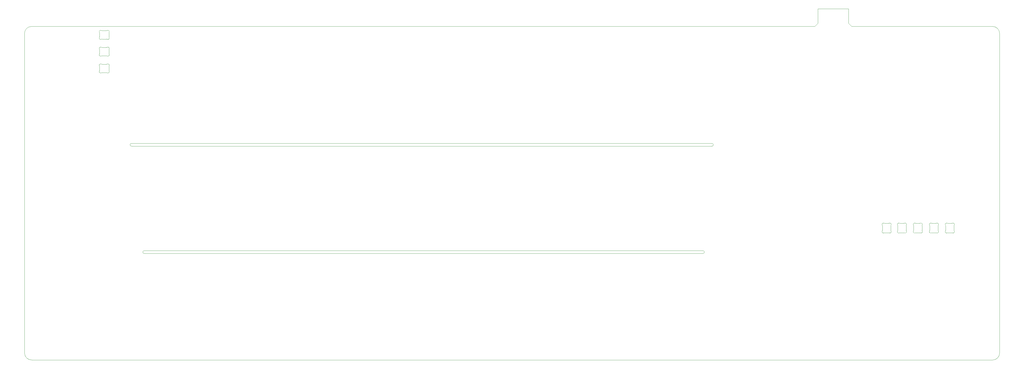
<source format=gbr>
%TF.GenerationSoftware,KiCad,Pcbnew,(6.0.5)*%
%TF.CreationDate,2022-07-04T16:20:22+08:00*%
%TF.ProjectId,track-lost,74726163-6b2d-46c6-9f73-742e6b696361,rev?*%
%TF.SameCoordinates,Original*%
%TF.FileFunction,Profile,NP*%
%FSLAX46Y46*%
G04 Gerber Fmt 4.6, Leading zero omitted, Abs format (unit mm)*
G04 Created by KiCad (PCBNEW (6.0.5)) date 2022-07-04 16:20:22*
%MOMM*%
%LPD*%
G01*
G04 APERTURE LIST*
%TA.AperFunction,Profile*%
%ADD10C,0.100000*%
%TD*%
G04 APERTURE END LIST*
D10*
X222194600Y-126112500D02*
X22972599Y-126112499D01*
X274080000Y-44010000D02*
X275160000Y-45090000D01*
X-19685000Y-161612500D02*
X-19695000Y-47592500D01*
X275160000Y-45090000D02*
X325415000Y-45092481D01*
X263120000Y-43990000D02*
X263120000Y-38800000D01*
X325422500Y-164142500D02*
X-17185000Y-164112500D01*
X18442500Y-86832502D02*
G75*
G03*
X18442500Y-87832498I-10000J-499998D01*
G01*
X325422500Y-164142500D02*
G75*
G03*
X327942500Y-161622500I0J2520000D01*
G01*
X262010000Y-45100000D02*
X263120000Y-43990000D01*
X22972599Y-125112501D02*
G75*
G03*
X22972599Y-126112499I-9999J-499999D01*
G01*
X-17195000Y-45102500D02*
G75*
G03*
X-19695000Y-47592500I-9980J-2490000D01*
G01*
X-17195000Y-45102500D02*
X262010000Y-45100000D01*
X222194600Y-126112500D02*
G75*
G03*
X222194600Y-125112500I0J500000D01*
G01*
X327935019Y-47612500D02*
G75*
G03*
X325415000Y-45092481I-2520019J0D01*
G01*
X22972599Y-125112501D02*
X222194600Y-125112500D01*
X225392093Y-86832499D02*
X18442500Y-86832500D01*
X225392093Y-87832499D02*
X18442500Y-87832498D01*
X-19685000Y-161612500D02*
G75*
G03*
X-17185000Y-164112500I2500000J0D01*
G01*
X327935019Y-47612500D02*
X327942500Y-161622500D01*
X263120000Y-38800000D02*
X274080000Y-38800000D01*
X274080000Y-38800000D02*
X274080000Y-44010000D01*
X225392093Y-87832501D02*
G75*
G03*
X225392093Y-86832499I7J500001D01*
G01*
%TO.C,LED2*%
X291632500Y-117834452D02*
X291632500Y-116245547D01*
X292429657Y-115340001D02*
X293835341Y-115340001D01*
X294632499Y-116245548D02*
X294632499Y-117834452D01*
X293835341Y-118739999D02*
X292429657Y-118739999D01*
X291564200Y-118086711D02*
G75*
G03*
X292212779Y-118789484I431700J-252259D01*
G01*
X292212779Y-115290516D02*
G75*
G03*
X292429656Y-115340001I216876J450505D01*
G01*
X294700798Y-115993289D02*
G75*
G03*
X294052218Y-115290516I-431700J252259D01*
G01*
X293835341Y-115340001D02*
G75*
G03*
X294052219Y-115290516I2J499990D01*
G01*
X294052221Y-118789480D02*
G75*
G03*
X294700796Y-118086711I216879J450510D01*
G01*
X294052219Y-118789484D02*
G75*
G03*
X293835342Y-118739999I-216959J-450866D01*
G01*
X292429657Y-118740010D02*
G75*
G03*
X292212779Y-118789484I43J-500290D01*
G01*
X291632500Y-116245547D02*
G75*
G03*
X291564201Y-115993289I-500009J-3D01*
G01*
X294700798Y-115993289D02*
G75*
G03*
X294632499Y-116245548I431710J-252261D01*
G01*
X292212779Y-115290515D02*
G75*
G03*
X291564201Y-115993289I-216877J-450516D01*
G01*
X291564200Y-118086711D02*
G75*
G03*
X291632499Y-117834453I-431710J252261D01*
G01*
X294632500Y-117834452D02*
G75*
G03*
X294700798Y-118086710I500010J2D01*
G01*
%TO.C,LED1*%
X288362841Y-118739999D02*
X286957157Y-118739999D01*
X289159999Y-116245548D02*
X289159999Y-117834452D01*
X286957157Y-115340001D02*
X288362841Y-115340001D01*
X286160000Y-117834452D02*
X286160000Y-116245547D01*
X288579719Y-118789484D02*
G75*
G03*
X288362842Y-118739999I-216959J-450866D01*
G01*
X289160000Y-117834452D02*
G75*
G03*
X289228298Y-118086710I500010J2D01*
G01*
X288362841Y-115340001D02*
G75*
G03*
X288579719Y-115290516I2J499990D01*
G01*
X289228298Y-115993289D02*
G75*
G03*
X289159999Y-116245548I431710J-252261D01*
G01*
X286091700Y-118086711D02*
G75*
G03*
X286740279Y-118789484I431700J-252259D01*
G01*
X288579721Y-118789480D02*
G75*
G03*
X289228296Y-118086711I216879J450510D01*
G01*
X286091700Y-118086711D02*
G75*
G03*
X286159999Y-117834453I-431710J252261D01*
G01*
X286740279Y-115290515D02*
G75*
G03*
X286091701Y-115993289I-216877J-450516D01*
G01*
X286740279Y-115290516D02*
G75*
G03*
X286957156Y-115340001I216876J450505D01*
G01*
X286957157Y-118740010D02*
G75*
G03*
X286740279Y-118789484I43J-500290D01*
G01*
X286160000Y-116245547D02*
G75*
G03*
X286091701Y-115993289I-500009J-3D01*
G01*
X289228298Y-115993289D02*
G75*
G03*
X288579718Y-115290516I-431700J252259D01*
G01*
%TO.C,LED17*%
X7030001Y-48812841D02*
X7030001Y-47407157D01*
X10429999Y-47407157D02*
X10429999Y-48812841D01*
X7935548Y-46610000D02*
X9524453Y-46610000D01*
X9524452Y-49609999D02*
X7935548Y-49609999D01*
X10429999Y-48812841D02*
G75*
G03*
X10479484Y-49029719I499990J-2D01*
G01*
X7683289Y-46541700D02*
G75*
G03*
X7935547Y-46609999I252261J431710D01*
G01*
X7029990Y-47407157D02*
G75*
G03*
X6980516Y-47190279I-500290J-43D01*
G01*
X6980520Y-49029721D02*
G75*
G03*
X7683289Y-49678296I450510J-216879D01*
G01*
X7683289Y-46541700D02*
G75*
G03*
X6980516Y-47190279I-252259J-431700D01*
G01*
X9776711Y-49678298D02*
G75*
G03*
X10479484Y-49029718I252259J431700D01*
G01*
X6980516Y-49029719D02*
G75*
G03*
X7030001Y-48812842I-450866J216959D01*
G01*
X10479484Y-47190279D02*
G75*
G03*
X10429999Y-47407156I450505J-216876D01*
G01*
X9524453Y-46610000D02*
G75*
G03*
X9776711Y-46541701I-3J500009D01*
G01*
X9776711Y-49678298D02*
G75*
G03*
X9524452Y-49609999I-252261J-431710D01*
G01*
X10479485Y-47190279D02*
G75*
G03*
X9776711Y-46541701I-450516J216877D01*
G01*
X7935548Y-49610000D02*
G75*
G03*
X7683290Y-49678298I2J-500010D01*
G01*
%TO.C,LED4*%
X303030000Y-117834452D02*
X303030000Y-116245547D01*
X306029999Y-116245548D02*
X306029999Y-117834452D01*
X303827157Y-115340001D02*
X305232841Y-115340001D01*
X305232841Y-118739999D02*
X303827157Y-118739999D01*
X306098298Y-115993289D02*
G75*
G03*
X305449718Y-115290516I-431700J252259D01*
G01*
X306030000Y-117834452D02*
G75*
G03*
X306098298Y-118086710I500010J2D01*
G01*
X303827157Y-118740010D02*
G75*
G03*
X303610279Y-118789484I43J-500290D01*
G01*
X305449721Y-118789480D02*
G75*
G03*
X306098296Y-118086711I216879J450510D01*
G01*
X303030000Y-116245547D02*
G75*
G03*
X302961701Y-115993289I-500009J-3D01*
G01*
X303610279Y-115290515D02*
G75*
G03*
X302961701Y-115993289I-216877J-450516D01*
G01*
X302961700Y-118086711D02*
G75*
G03*
X303610279Y-118789484I431700J-252259D01*
G01*
X302961700Y-118086711D02*
G75*
G03*
X303029999Y-117834453I-431710J252261D01*
G01*
X306098298Y-115993289D02*
G75*
G03*
X306029999Y-116245548I431710J-252261D01*
G01*
X305232841Y-115340001D02*
G75*
G03*
X305449719Y-115290516I2J499990D01*
G01*
X303610279Y-115290516D02*
G75*
G03*
X303827156Y-115340001I216876J450505D01*
G01*
X305449719Y-118789484D02*
G75*
G03*
X305232842Y-118739999I-216959J-450866D01*
G01*
%TO.C,LED19*%
X7030001Y-60800341D02*
X7030001Y-59394657D01*
X10429999Y-59394657D02*
X10429999Y-60800341D01*
X9524452Y-61597499D02*
X7935548Y-61597499D01*
X7935548Y-58597500D02*
X9524453Y-58597500D01*
X9524453Y-58597500D02*
G75*
G03*
X9776711Y-58529201I-3J500009D01*
G01*
X10429999Y-60800341D02*
G75*
G03*
X10479484Y-61017219I499990J-2D01*
G01*
X7935548Y-61597500D02*
G75*
G03*
X7683290Y-61665798I2J-500010D01*
G01*
X7683289Y-58529200D02*
G75*
G03*
X7935547Y-58597499I252261J431710D01*
G01*
X9776711Y-61665798D02*
G75*
G03*
X10479484Y-61017218I252259J431700D01*
G01*
X9776711Y-61665798D02*
G75*
G03*
X9524452Y-61597499I-252261J-431710D01*
G01*
X10479485Y-59177779D02*
G75*
G03*
X9776711Y-58529201I-450516J216877D01*
G01*
X7029990Y-59394657D02*
G75*
G03*
X6980516Y-59177779I-500290J-43D01*
G01*
X10479484Y-59177779D02*
G75*
G03*
X10429999Y-59394656I450505J-216876D01*
G01*
X6980520Y-61017221D02*
G75*
G03*
X7683289Y-61665796I450510J-216879D01*
G01*
X6980516Y-61017219D02*
G75*
G03*
X7030001Y-60800342I-450866J216959D01*
G01*
X7683289Y-58529200D02*
G75*
G03*
X6980516Y-59177779I-252259J-431700D01*
G01*
%TO.C,LED5*%
X311689999Y-116245548D02*
X311689999Y-117834452D01*
X310892841Y-118739999D02*
X309487157Y-118739999D01*
X309487157Y-115340001D02*
X310892841Y-115340001D01*
X308690000Y-117834452D02*
X308690000Y-116245547D01*
X308621700Y-118086711D02*
G75*
G03*
X309270279Y-118789484I431700J-252259D01*
G01*
X311690000Y-117834452D02*
G75*
G03*
X311758298Y-118086710I500010J2D01*
G01*
X309270279Y-115290515D02*
G75*
G03*
X308621701Y-115993289I-216877J-450516D01*
G01*
X311758298Y-115993289D02*
G75*
G03*
X311109718Y-115290516I-431700J252259D01*
G01*
X308621700Y-118086711D02*
G75*
G03*
X308689999Y-117834453I-431710J252261D01*
G01*
X311758298Y-115993289D02*
G75*
G03*
X311689999Y-116245548I431710J-252261D01*
G01*
X309487157Y-118740010D02*
G75*
G03*
X309270279Y-118789484I43J-500290D01*
G01*
X311109721Y-118789480D02*
G75*
G03*
X311758296Y-118086711I216879J450510D01*
G01*
X310892841Y-115340001D02*
G75*
G03*
X311109719Y-115290516I2J499990D01*
G01*
X309270279Y-115290516D02*
G75*
G03*
X309487156Y-115340001I216876J450505D01*
G01*
X308690000Y-116245547D02*
G75*
G03*
X308621701Y-115993289I-500009J-3D01*
G01*
X311109719Y-118789484D02*
G75*
G03*
X310892842Y-118739999I-216959J-450866D01*
G01*
%TO.C,LED18*%
X7935548Y-52600000D02*
X9524453Y-52600000D01*
X10429999Y-53397157D02*
X10429999Y-54802841D01*
X7030001Y-54802841D02*
X7030001Y-53397157D01*
X9524452Y-55599999D02*
X7935548Y-55599999D01*
X7683289Y-52531700D02*
G75*
G03*
X7935547Y-52599999I252261J431710D01*
G01*
X9776711Y-55668298D02*
G75*
G03*
X10479484Y-55019718I252259J431700D01*
G01*
X7935548Y-55600000D02*
G75*
G03*
X7683290Y-55668298I2J-500010D01*
G01*
X7683289Y-52531700D02*
G75*
G03*
X6980516Y-53180279I-252259J-431700D01*
G01*
X7029990Y-53397157D02*
G75*
G03*
X6980516Y-53180279I-500290J-43D01*
G01*
X9776711Y-55668298D02*
G75*
G03*
X9524452Y-55599999I-252261J-431710D01*
G01*
X9524453Y-52600000D02*
G75*
G03*
X9776711Y-52531701I-3J500009D01*
G01*
X10429999Y-54802841D02*
G75*
G03*
X10479484Y-55019719I499990J-2D01*
G01*
X10479485Y-53180279D02*
G75*
G03*
X9776711Y-52531701I-450516J216877D01*
G01*
X6980520Y-55019721D02*
G75*
G03*
X7683289Y-55668296I450510J-216879D01*
G01*
X6980516Y-55019719D02*
G75*
G03*
X7030001Y-54802842I-450866J216959D01*
G01*
X10479484Y-53180279D02*
G75*
G03*
X10429999Y-53397156I450505J-216876D01*
G01*
%TO.C,LED3*%
X299482841Y-118739999D02*
X298077157Y-118739999D01*
X298077157Y-115340001D02*
X299482841Y-115340001D01*
X300279999Y-116245548D02*
X300279999Y-117834452D01*
X297280000Y-117834452D02*
X297280000Y-116245547D01*
X300348298Y-115993289D02*
G75*
G03*
X300279999Y-116245548I431710J-252261D01*
G01*
X300348298Y-115993289D02*
G75*
G03*
X299699718Y-115290516I-431700J252259D01*
G01*
X297211700Y-118086711D02*
G75*
G03*
X297279999Y-117834453I-431710J252261D01*
G01*
X300280000Y-117834452D02*
G75*
G03*
X300348298Y-118086710I500010J2D01*
G01*
X297860279Y-115290515D02*
G75*
G03*
X297211701Y-115993289I-216877J-450516D01*
G01*
X299699721Y-118789480D02*
G75*
G03*
X300348296Y-118086711I216879J450510D01*
G01*
X297211700Y-118086711D02*
G75*
G03*
X297860279Y-118789484I431700J-252259D01*
G01*
X299699719Y-118789484D02*
G75*
G03*
X299482842Y-118739999I-216959J-450866D01*
G01*
X297280000Y-116245547D02*
G75*
G03*
X297211701Y-115993289I-500009J-3D01*
G01*
X297860279Y-115290516D02*
G75*
G03*
X298077156Y-115340001I216876J450505D01*
G01*
X299482841Y-115340001D02*
G75*
G03*
X299699719Y-115290516I2J499990D01*
G01*
X298077157Y-118740010D02*
G75*
G03*
X297860279Y-118789484I43J-500290D01*
G01*
%TD*%
M02*

</source>
